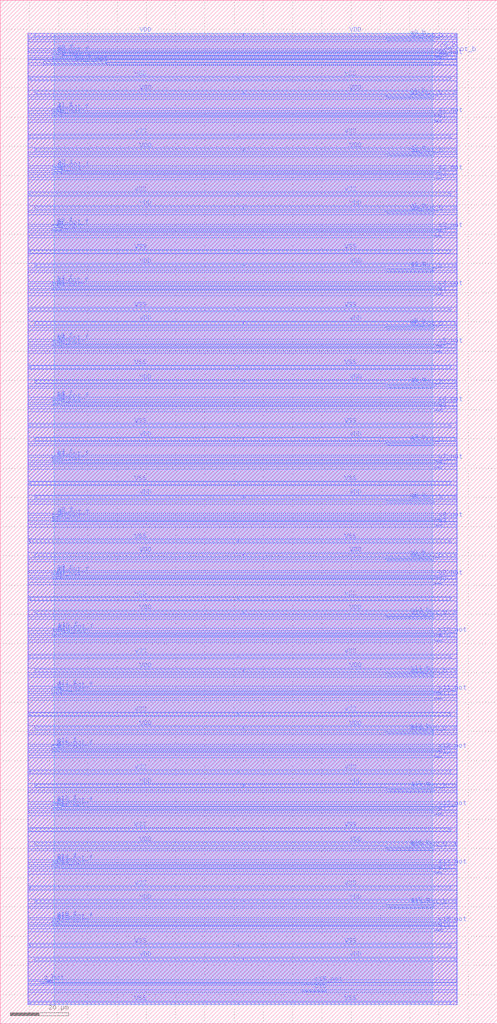
<source format=lef>
VERSION 5.7 ;
  NOWIREEXTENSIONATPIN ON ;
  DIVIDERCHAR "/" ;
  BUSBITCHARS "[]" ;
MACRO fa_16b
  CLASS BLOCK ;
  FOREIGN fa_16b ;
  ORIGIN 0.000 0.000 ;
  SIZE 169.925 BY 349.940 ;
  PIN VDD
    USE POWER ;
    PORT
      LAYER Metal3 ;
        RECT 12.095 337.670 83.050 338.570 ;
    END
    PORT
      LAYER Metal3 ;
        RECT 12.100 317.925 83.055 318.825 ;
    END
    PORT
      LAYER Metal3 ;
        RECT 12.090 298.285 83.045 299.185 ;
    END
    PORT
      LAYER Metal3 ;
        RECT 12.100 278.490 83.055 279.390 ;
    END
    PORT
      LAYER Metal3 ;
        RECT 12.110 258.740 83.065 259.640 ;
    END
    PORT
      LAYER Metal3 ;
        RECT 12.075 239.030 83.030 239.930 ;
    END
    PORT
      LAYER Metal3 ;
        RECT 12.110 219.065 83.065 219.965 ;
    END
    PORT
      LAYER Metal3 ;
        RECT 12.090 199.380 83.045 200.280 ;
    END
    PORT
      LAYER Metal3 ;
        RECT 12.100 140.180 83.055 141.080 ;
    END
    PORT
      LAYER Metal3 ;
        RECT 83.330 337.670 155.460 338.570 ;
    END
    PORT
      LAYER Metal3 ;
        RECT 83.335 317.925 155.465 318.825 ;
    END
    PORT
      LAYER Metal3 ;
        RECT 83.325 298.285 155.455 299.185 ;
    END
    PORT
      LAYER Metal3 ;
        RECT 83.335 278.490 155.465 279.390 ;
    END
    PORT
      LAYER Metal3 ;
        RECT 83.345 258.740 155.475 259.640 ;
    END
    PORT
      LAYER Metal3 ;
        RECT 83.310 239.030 155.440 239.930 ;
    END
    PORT
      LAYER Metal3 ;
        RECT 83.345 219.065 155.475 219.965 ;
    END
    PORT
      LAYER Metal3 ;
        RECT 83.325 199.380 155.455 200.280 ;
    END
    PORT
      LAYER Metal3 ;
        RECT 83.325 179.540 155.455 180.440 ;
    END
    PORT
      LAYER Metal3 ;
        RECT 83.335 159.845 155.465 160.745 ;
    END
    PORT
      LAYER Metal3 ;
        RECT 83.335 140.180 155.465 141.080 ;
    END
    PORT
      LAYER Metal3 ;
        RECT 83.325 120.340 155.455 121.240 ;
    END
    PORT
      LAYER Metal3 ;
        RECT 83.325 100.650 155.455 101.550 ;
    END
    PORT
      LAYER Metal3 ;
        RECT 83.325 80.910 155.455 81.810 ;
    END
    PORT
      LAYER Metal3 ;
        RECT 83.360 60.980 155.490 61.880 ;
    END
    PORT
      LAYER Metal3 ;
        RECT 83.340 41.340 155.470 42.240 ;
    END
    PORT
      LAYER Metal3 ;
        RECT 83.325 21.560 155.455 22.460 ;
    END
    PORT
      LAYER Metal3 ;
        RECT 12.090 179.540 83.045 180.440 ;
    END
    PORT
      LAYER Metal3 ;
        RECT 12.090 120.340 83.045 121.240 ;
    END
    PORT
      LAYER Metal3 ;
        RECT 12.090 100.650 83.045 101.550 ;
    END
    PORT
      LAYER Metal3 ;
        RECT 12.090 80.910 83.045 81.810 ;
    END
    PORT
      LAYER Metal3 ;
        RECT 12.125 60.980 83.080 61.880 ;
    END
    PORT
      LAYER Metal3 ;
        RECT 12.105 41.340 83.060 42.240 ;
    END
    PORT
      LAYER Metal3 ;
        RECT 12.090 21.560 83.045 22.460 ;
    END
    PORT
      LAYER Metal3 ;
        RECT 12.100 159.845 83.055 160.745 ;
    END
  END VDD
  PIN VSS
    USE GROUND ;
    PORT
      LAYER Metal3 ;
        RECT 81.540 6.510 153.730 7.410 ;
    END
    PORT
      LAYER Metal3 ;
        RECT 81.575 26.285 153.765 27.185 ;
    END
    PORT
      LAYER Metal3 ;
        RECT 81.560 45.910 153.750 46.810 ;
    END
    PORT
      LAYER Metal3 ;
        RECT 81.465 65.865 153.655 66.765 ;
    END
    PORT
      LAYER Metal3 ;
        RECT 81.560 85.595 153.750 86.495 ;
    END
    PORT
      LAYER Metal3 ;
        RECT 81.545 105.375 153.735 106.275 ;
    END
    PORT
      LAYER Metal3 ;
        RECT 81.525 125.165 153.715 126.065 ;
    END
    PORT
      LAYER Metal3 ;
        RECT 81.525 144.845 153.715 145.745 ;
    END
    PORT
      LAYER Metal3 ;
        RECT 81.580 164.580 153.770 165.480 ;
    END
    PORT
      LAYER Metal3 ;
        RECT 81.525 184.350 153.715 185.250 ;
    END
    PORT
      LAYER Metal3 ;
        RECT 81.545 204.045 153.735 204.945 ;
    END
    PORT
      LAYER Metal3 ;
        RECT 81.545 223.990 153.735 224.890 ;
    END
    PORT
      LAYER Metal3 ;
        RECT 81.525 243.740 153.715 244.640 ;
    END
    PORT
      LAYER Metal3 ;
        RECT 81.525 263.495 153.715 264.395 ;
    END
    PORT
      LAYER Metal3 ;
        RECT 81.525 283.230 153.715 284.130 ;
    END
    PORT
      LAYER Metal3 ;
        RECT 81.525 302.925 153.715 303.825 ;
    END
    PORT
      LAYER Metal3 ;
        RECT 81.525 322.695 153.715 323.595 ;
    END
    PORT
      LAYER Metal3 ;
        RECT 10.275 322.695 81.245 323.595 ;
    END
    PORT
      LAYER Metal3 ;
        RECT 10.275 302.925 81.245 303.825 ;
    END
    PORT
      LAYER Metal3 ;
        RECT 10.275 283.230 81.245 284.130 ;
    END
    PORT
      LAYER Metal3 ;
        RECT 10.275 263.495 81.245 264.395 ;
    END
    PORT
      LAYER Metal3 ;
        RECT 10.275 243.740 81.245 244.640 ;
    END
    PORT
      LAYER Metal3 ;
        RECT 10.295 223.990 81.265 224.890 ;
    END
    PORT
      LAYER Metal3 ;
        RECT 10.295 204.045 81.265 204.945 ;
    END
    PORT
      LAYER Metal3 ;
        RECT 10.275 184.350 81.245 185.250 ;
    END
    PORT
      LAYER Metal3 ;
        RECT 10.325 26.285 81.295 27.185 ;
    END
    PORT
      LAYER Metal3 ;
        RECT 10.290 6.510 81.260 7.410 ;
    END
    PORT
      LAYER Metal3 ;
        RECT 10.330 164.580 81.300 165.480 ;
    END
    PORT
      LAYER Metal3 ;
        RECT 10.275 144.845 81.245 145.745 ;
    END
    PORT
      LAYER Metal3 ;
        RECT 10.275 125.165 81.245 126.065 ;
    END
    PORT
      LAYER Metal3 ;
        RECT 10.295 105.375 81.265 106.275 ;
    END
    PORT
      LAYER Metal3 ;
        RECT 10.310 85.595 81.280 86.495 ;
    END
    PORT
      LAYER Metal3 ;
        RECT 10.215 65.865 81.185 66.765 ;
    END
    PORT
      LAYER Metal3 ;
        RECT 10.310 45.910 81.280 46.810 ;
    END
  END VSS
  PIN c0_b
    ANTENNAGATEAREA 2.739250 ;
    ANTENNADIFFAREA 2.734275 ;
    PORT
      LAYER Metal3 ;
        RECT 149.280 332.675 151.215 332.985 ;
    END
  END c0_b
  PIN a0_b
    ANTENNAGATEAREA 2.739250 ;
    ANTENNADIFFAREA 1.587600 ;
    PORT
      LAYER Metal3 ;
        RECT 132.195 336.890 147.930 337.300 ;
    END
  END a0_b
  PIN a0_not_b
    ANTENNAGATEAREA 2.775000 ;
    ANTENNADIFFAREA 1.587600 ;
    PORT
      LAYER Metal3 ;
        RECT 132.790 336.110 147.920 336.565 ;
    END
  END a0_not_b
  PIN a1_b
    ANTENNAGATEAREA 2.739250 ;
    ANTENNADIFFAREA 1.587600 ;
    PORT
      LAYER Metal3 ;
        RECT 131.995 317.165 147.730 317.575 ;
    END
  END a1_b
  PIN a1_not_b
    ANTENNAGATEAREA 2.775000 ;
    ANTENNADIFFAREA 1.587600 ;
    PORT
      LAYER Metal3 ;
        RECT 132.590 316.385 147.720 316.840 ;
    END
  END a1_not_b
  PIN a2_b
    ANTENNAGATEAREA 2.739250 ;
    ANTENNADIFFAREA 1.587600 ;
    PORT
      LAYER Metal3 ;
        RECT 132.150 297.520 147.885 297.930 ;
    END
  END a2_b
  PIN a2_not_b
    ANTENNAGATEAREA 2.775000 ;
    ANTENNADIFFAREA 1.587600 ;
    PORT
      LAYER Metal3 ;
        RECT 132.745 296.740 147.875 297.195 ;
    END
  END a2_not_b
  PIN a3_b
    ANTENNAGATEAREA 2.739250 ;
    ANTENNADIFFAREA 1.587600 ;
    PORT
      LAYER Metal3 ;
        RECT 132.150 277.725 147.885 278.135 ;
    END
  END a3_b
  PIN a3_not_b
    ANTENNAGATEAREA 2.775000 ;
    ANTENNADIFFAREA 1.587600 ;
    PORT
      LAYER Metal3 ;
        RECT 132.745 276.945 147.875 277.400 ;
    END
  END a3_not_b
  PIN a4_b
    ANTENNAGATEAREA 2.739250 ;
    ANTENNADIFFAREA 1.587600 ;
    PORT
      LAYER Metal3 ;
        RECT 132.070 257.970 147.805 258.380 ;
    END
  END a4_b
  PIN a4_not_b
    ANTENNAGATEAREA 2.775000 ;
    ANTENNADIFFAREA 1.587600 ;
    PORT
      LAYER Metal3 ;
        RECT 132.665 257.190 147.795 257.645 ;
    END
  END a4_not_b
  PIN a5_b
    ANTENNAGATEAREA 2.739250 ;
    ANTENNADIFFAREA 1.587600 ;
    PORT
      LAYER Metal3 ;
        RECT 132.175 238.255 147.910 238.665 ;
    END
  END a5_b
  PIN a5_not_b
    ANTENNAGATEAREA 2.775000 ;
    ANTENNADIFFAREA 1.587600 ;
    PORT
      LAYER Metal3 ;
        RECT 132.770 237.475 147.900 237.930 ;
    END
  END a5_not_b
  PIN a6_b
    ANTENNAGATEAREA 2.739250 ;
    ANTENNADIFFAREA 1.587600 ;
    PORT
      LAYER Metal3 ;
        RECT 132.175 218.285 147.910 218.695 ;
    END
  END a6_b
  PIN a6_not_b
    ANTENNAGATEAREA 2.775000 ;
    ANTENNADIFFAREA 1.587600 ;
    PORT
      LAYER Metal3 ;
        RECT 132.770 217.505 147.900 217.960 ;
    END
  END a6_not_b
  PIN a7_b
    ANTENNAGATEAREA 2.739250 ;
    ANTENNADIFFAREA 1.587600 ;
    PORT
      LAYER Metal3 ;
        RECT 132.175 198.620 147.910 199.030 ;
    END
  END a7_b
  PIN a7_not_b
    ANTENNAGATEAREA 2.775000 ;
    ANTENNADIFFAREA 1.587600 ;
    PORT
      LAYER Metal3 ;
        RECT 132.770 197.840 147.900 198.295 ;
    END
  END a7_not_b
  PIN a8_b
    ANTENNAGATEAREA 2.739250 ;
    ANTENNADIFFAREA 1.587600 ;
    PORT
      LAYER Metal3 ;
        RECT 132.215 178.780 147.950 179.190 ;
    END
  END a8_b
  PIN a8_not_b
    ANTENNAGATEAREA 2.775000 ;
    ANTENNADIFFAREA 1.587600 ;
    PORT
      LAYER Metal3 ;
        RECT 132.810 178.000 147.940 178.455 ;
    END
  END a8_not_b
  PIN c0_not_b
    ANTENNAGATEAREA 2.775000 ;
    ANTENNADIFFAREA 2.560625 ;
    PORT
      LAYER Metal3 ;
        RECT 150.720 331.265 152.465 331.575 ;
    END
  END c0_not_b
  PIN s0
    ANTENNADIFFAREA 2.734275 ;
    PORT
      LAYER Metal3 ;
        RECT 148.905 328.205 150.650 328.515 ;
    END
  END s0
  PIN s0_not
    ANTENNADIFFAREA 2.560625 ;
    PORT
      LAYER Metal3 ;
        RECT 148.935 330.250 150.680 330.560 ;
    END
  END s0_not
  PIN s1
    ANTENNADIFFAREA 2.734275 ;
    PORT
      LAYER Metal3 ;
        RECT 148.775 308.475 150.520 308.785 ;
    END
  END s1
  PIN s1_not
    ANTENNADIFFAREA 2.560625 ;
    PORT
      LAYER Metal3 ;
        RECT 148.805 310.520 150.550 310.830 ;
    END
  END s1_not
  PIN s2
    ANTENNADIFFAREA 2.734275 ;
    PORT
      LAYER Metal3 ;
        RECT 148.890 288.835 150.635 289.145 ;
    END
  END s2
  PIN s2_not
    ANTENNADIFFAREA 2.560625 ;
    PORT
      LAYER Metal3 ;
        RECT 148.920 290.880 150.665 291.190 ;
    END
  END s2_not
  PIN s3
    ANTENNADIFFAREA 2.734275 ;
    PORT
      LAYER Metal3 ;
        RECT 148.890 269.035 150.635 269.345 ;
    END
  END s3
  PIN s3_not
    ANTENNADIFFAREA 2.560625 ;
    PORT
      LAYER Metal3 ;
        RECT 148.920 271.080 150.665 271.390 ;
    END
  END s3_not
  PIN s4
    ANTENNADIFFAREA 2.734275 ;
    PORT
      LAYER Metal3 ;
        RECT 148.850 249.280 150.595 249.590 ;
    END
  END s4
  PIN s4_not
    ANTENNADIFFAREA 2.560625 ;
    PORT
      LAYER Metal3 ;
        RECT 148.880 251.325 150.625 251.635 ;
    END
  END s4_not
  PIN s5
    ANTENNADIFFAREA 2.734275 ;
    PORT
      LAYER Metal3 ;
        RECT 148.890 229.565 150.635 229.875 ;
    END
  END s5
  PIN s5_not
    ANTENNADIFFAREA 2.560625 ;
    PORT
      LAYER Metal3 ;
        RECT 148.920 231.610 150.665 231.920 ;
    END
  END s5_not
  PIN s6_not
    ANTENNADIFFAREA 2.560625 ;
    PORT
      LAYER Metal3 ;
        RECT 148.915 211.640 150.660 211.950 ;
    END
  END s6_not
  PIN s7
    ANTENNADIFFAREA 2.734275 ;
    PORT
      LAYER Metal3 ;
        RECT 148.905 189.935 150.650 190.245 ;
    END
  END s7
  PIN s7_not
    ANTENNADIFFAREA 2.560625 ;
    PORT
      LAYER Metal3 ;
        RECT 148.935 191.980 150.680 192.290 ;
    END
  END s7_not
  PIN s6
    ANTENNADIFFAREA 2.734275 ;
    PORT
      LAYER Metal3 ;
        RECT 148.885 209.595 150.630 209.905 ;
    END
  END s6
  PIN s8_not
    ANTENNADIFFAREA 2.560625 ;
    PORT
      LAYER Metal3 ;
        RECT 148.935 172.135 150.680 172.445 ;
    END
  END s8_not
  PIN a3_f
    ANTENNAGATEAREA 5.478500 ;
    ANTENNADIFFAREA 1.587600 ;
    PORT
      LAYER Metal3 ;
        RECT 18.135 272.830 20.595 273.135 ;
    END
  END a3_f
  PIN a3_not_f
    ANTENNAGATEAREA 5.550000 ;
    ANTENNADIFFAREA 1.587600 ;
    PORT
      LAYER Metal3 ;
        RECT 18.095 272.095 20.600 272.390 ;
    END
  END a3_not_f
  PIN b3
    ANTENNADIFFAREA 2.559875 ;
    PORT
      LAYER Metal3 ;
        RECT 18.100 271.380 20.615 271.675 ;
    END
  END b3
  PIN b3_not
    ANTENNADIFFAREA 2.638650 ;
    PORT
      LAYER Metal3 ;
        RECT 18.135 270.750 20.600 271.045 ;
    END
  END b3_not
  PIN a4_f
    ANTENNAGATEAREA 5.478500 ;
    ANTENNADIFFAREA 1.587600 ;
    PORT
      LAYER Metal3 ;
        RECT 18.005 253.120 20.465 253.425 ;
    END
  END a4_f
  PIN a4_not_f
    ANTENNAGATEAREA 5.550000 ;
    ANTENNADIFFAREA 1.587600 ;
    PORT
      LAYER Metal3 ;
        RECT 17.965 252.385 20.470 252.680 ;
    END
  END a4_not_f
  PIN b4
    ANTENNADIFFAREA 2.559875 ;
    PORT
      LAYER Metal3 ;
        RECT 17.970 251.670 20.485 251.965 ;
    END
  END b4
  PIN b4_not
    ANTENNADIFFAREA 2.638650 ;
    PORT
      LAYER Metal3 ;
        RECT 18.005 251.040 20.470 251.335 ;
    END
  END b4_not
  PIN a5_f
    ANTENNAGATEAREA 5.478500 ;
    ANTENNADIFFAREA 1.587600 ;
    PORT
      LAYER Metal3 ;
        RECT 18.135 233.360 20.595 233.665 ;
    END
  END a5_f
  PIN a5_not_f
    ANTENNAGATEAREA 5.550000 ;
    ANTENNADIFFAREA 1.587600 ;
    PORT
      LAYER Metal3 ;
        RECT 18.095 232.625 20.600 232.920 ;
    END
  END a5_not_f
  PIN b5
    ANTENNADIFFAREA 2.559875 ;
    PORT
      LAYER Metal3 ;
        RECT 18.100 231.910 20.615 232.205 ;
    END
  END b5
  PIN b5_not
    ANTENNADIFFAREA 2.638650 ;
    PORT
      LAYER Metal3 ;
        RECT 18.135 231.280 20.600 231.575 ;
    END
  END b5_not
  PIN a6_f
    ANTENNAGATEAREA 5.478500 ;
    ANTENNADIFFAREA 1.587600 ;
    PORT
      LAYER Metal3 ;
        RECT 18.085 213.550 20.545 213.855 ;
    END
  END a6_f
  PIN a6_not_f
    ANTENNAGATEAREA 5.550000 ;
    ANTENNADIFFAREA 1.587600 ;
    PORT
      LAYER Metal3 ;
        RECT 18.045 212.815 20.550 213.110 ;
    END
  END a6_not_f
  PIN b6
    ANTENNADIFFAREA 2.559875 ;
    PORT
      LAYER Metal3 ;
        RECT 18.050 212.100 20.565 212.395 ;
    END
  END b6
  PIN b6_not
    ANTENNADIFFAREA 2.638650 ;
    PORT
      LAYER Metal3 ;
        RECT 18.085 211.470 20.550 211.765 ;
    END
  END b6_not
  PIN a7_f
    ANTENNAGATEAREA 5.478500 ;
    ANTENNADIFFAREA 1.587600 ;
    PORT
      LAYER Metal3 ;
        RECT 18.055 193.755 20.515 194.060 ;
    END
  END a7_f
  PIN a7_not_f
    ANTENNAGATEAREA 5.550000 ;
    ANTENNADIFFAREA 1.587600 ;
    PORT
      LAYER Metal3 ;
        RECT 18.015 193.020 20.520 193.315 ;
    END
  END a7_not_f
  PIN b7
    ANTENNADIFFAREA 2.559875 ;
    PORT
      LAYER Metal3 ;
        RECT 18.020 192.305 20.535 192.600 ;
    END
  END b7
  PIN b7_not
    ANTENNADIFFAREA 2.638650 ;
    PORT
      LAYER Metal3 ;
        RECT 18.055 191.675 20.520 191.970 ;
    END
  END b7_not
  PIN a8_f
    ANTENNAGATEAREA 5.478500 ;
    ANTENNADIFFAREA 1.587600 ;
    PORT
      LAYER Metal3 ;
        RECT 18.205 173.960 20.665 174.265 ;
    END
  END a8_f
  PIN c0_f_not
    ANTENNADIFFAREA 2.638650 ;
    PORT
      LAYER Metal3 ;
        RECT 15.050 328.050 36.160 328.345 ;
    END
  END c0_f_not
  PIN c0_f
    ANTENNADIFFAREA 2.559875 ;
    PORT
      LAYER Metal3 ;
        RECT 15.230 328.915 35.575 329.210 ;
    END
  END c0_f
  PIN a0_f
    ANTENNAGATEAREA 5.478500 ;
    ANTENNADIFFAREA 1.587600 ;
    PORT
      LAYER Metal3 ;
        RECT 18.185 332.070 20.645 332.375 ;
    END
  END a0_f
  PIN a0_not_f
    ANTENNAGATEAREA 5.550000 ;
    ANTENNADIFFAREA 1.587600 ;
    PORT
      LAYER Metal3 ;
        RECT 18.145 331.335 20.650 331.630 ;
    END
  END a0_not_f
  PIN b0
    ANTENNADIFFAREA 2.559875 ;
    PORT
      LAYER Metal3 ;
        RECT 18.150 330.620 20.665 330.915 ;
    END
  END b0
  PIN b0_not
    ANTENNADIFFAREA 2.638650 ;
    PORT
      LAYER Metal3 ;
        RECT 18.185 329.990 20.650 330.285 ;
    END
  END b0_not
  PIN a1_f
    ANTENNAGATEAREA 5.478500 ;
    ANTENNADIFFAREA 1.587600 ;
    PORT
      LAYER Metal3 ;
        RECT 18.140 312.380 20.600 312.685 ;
    END
  END a1_f
  PIN a1_not_f
    ANTENNAGATEAREA 5.550000 ;
    ANTENNADIFFAREA 1.587600 ;
    PORT
      LAYER Metal3 ;
        RECT 18.100 311.645 20.605 311.940 ;
    END
  END a1_not_f
  PIN b1
    ANTENNADIFFAREA 2.559875 ;
    PORT
      LAYER Metal3 ;
        RECT 18.105 310.930 20.620 311.225 ;
    END
  END b1
  PIN b1_not
    ANTENNADIFFAREA 2.638650 ;
    PORT
      LAYER Metal3 ;
        RECT 18.140 310.300 20.605 310.595 ;
    END
  END b1_not
  PIN a2_f
    ANTENNAGATEAREA 5.478500 ;
    ANTENNADIFFAREA 1.587600 ;
    PORT
      LAYER Metal3 ;
        RECT 18.330 292.670 20.790 292.975 ;
    END
  END a2_f
  PIN a2_not_f
    ANTENNAGATEAREA 5.550000 ;
    ANTENNADIFFAREA 1.587600 ;
    PORT
      LAYER Metal3 ;
        RECT 18.290 291.935 20.795 292.230 ;
    END
  END a2_not_f
  PIN b2
    ANTENNADIFFAREA 2.559875 ;
    PORT
      LAYER Metal3 ;
        RECT 18.295 291.220 20.810 291.515 ;
    END
  END b2
  PIN b2_not
    ANTENNADIFFAREA 2.638650 ;
    PORT
      LAYER Metal3 ;
        RECT 18.330 290.590 20.795 290.885 ;
    END
  END b2_not
  PIN a8_not_f
    ANTENNAGATEAREA 5.550000 ;
    ANTENNADIFFAREA 1.587600 ;
    PORT
      LAYER Metal3 ;
        RECT 18.165 173.225 20.670 173.520 ;
    END
  END a8_not_f
  PIN b8
    ANTENNADIFFAREA 2.559875 ;
    PORT
      LAYER Metal3 ;
        RECT 18.170 172.510 20.685 172.805 ;
    END
  END b8
  PIN a13_not_f
    ANTENNAGATEAREA 5.550000 ;
    ANTENNADIFFAREA 1.587600 ;
    PORT
      LAYER Metal3 ;
        RECT 18.115 74.515 20.620 74.810 ;
    END
  END a13_not_f
  PIN b13
    ANTENNADIFFAREA 2.559875 ;
    PORT
      LAYER Metal3 ;
        RECT 18.120 73.800 20.635 74.095 ;
    END
  END b13
  PIN b13_not
    ANTENNADIFFAREA 2.638650 ;
    PORT
      LAYER Metal3 ;
        RECT 18.155 73.170 20.620 73.465 ;
    END
  END b13_not
  PIN a14_f
    ANTENNAGATEAREA 5.478500 ;
    ANTENNADIFFAREA 1.587600 ;
    PORT
      LAYER Metal3 ;
        RECT 18.105 55.440 20.565 55.745 ;
    END
  END a14_f
  PIN a14_not_f
    ANTENNAGATEAREA 5.550000 ;
    ANTENNADIFFAREA 1.587600 ;
    PORT
      LAYER Metal3 ;
        RECT 18.065 54.705 20.570 55.000 ;
    END
  END a14_not_f
  PIN b14
    ANTENNADIFFAREA 2.559875 ;
    PORT
      LAYER Metal3 ;
        RECT 18.070 53.990 20.585 54.285 ;
    END
  END b14
  PIN b14_not
    ANTENNADIFFAREA 2.638650 ;
    PORT
      LAYER Metal3 ;
        RECT 18.105 53.360 20.570 53.655 ;
    END
  END b14_not
  PIN a15_f
    ANTENNAGATEAREA 5.478500 ;
    ANTENNADIFFAREA 1.587600 ;
    PORT
      LAYER Metal3 ;
        RECT 18.075 35.645 20.535 35.950 ;
    END
  END a15_f
  PIN a15_not_f
    ANTENNAGATEAREA 5.550000 ;
    ANTENNADIFFAREA 1.587600 ;
    PORT
      LAYER Metal3 ;
        RECT 18.035 34.910 20.540 35.205 ;
    END
  END a15_not_f
  PIN b15
    ANTENNADIFFAREA 2.559875 ;
    PORT
      LAYER Metal3 ;
        RECT 18.040 34.195 20.555 34.490 ;
    END
  END b15
  PIN b15_not
    ANTENNADIFFAREA 2.638650 ;
    PORT
      LAYER Metal3 ;
        RECT 18.075 33.565 20.540 33.860 ;
    END
  END b15_not
  PIN b8_not
    ANTENNADIFFAREA 2.638650 ;
    PORT
      LAYER Metal3 ;
        RECT 18.205 171.880 20.670 172.175 ;
    END
  END b8_not
  PIN z
    ANTENNADIFFAREA 2.559875 ;
    PORT
      LAYER Metal3 ;
        RECT 16.315 14.445 17.565 14.745 ;
    END
  END z
  PIN z_not
    ANTENNADIFFAREA 2.638650 ;
    PORT
      LAYER Metal3 ;
        RECT 14.215 13.895 15.465 14.195 ;
    END
  END z_not
  PIN a9_f
    ANTENNAGATEAREA 5.478500 ;
    ANTENNADIFFAREA 1.587600 ;
    PORT
      LAYER Metal3 ;
        RECT 18.160 154.270 20.620 154.575 ;
    END
  END a9_f
  PIN a9_not_f
    ANTENNAGATEAREA 5.550000 ;
    ANTENNADIFFAREA 1.587600 ;
    PORT
      LAYER Metal3 ;
        RECT 18.120 153.535 20.625 153.830 ;
    END
  END a9_not_f
  PIN b9
    ANTENNADIFFAREA 2.559875 ;
    PORT
      LAYER Metal3 ;
        RECT 18.125 152.820 20.640 153.115 ;
    END
  END b9
  PIN b9_not
    ANTENNADIFFAREA 2.638650 ;
    PORT
      LAYER Metal3 ;
        RECT 18.160 152.190 20.625 152.485 ;
    END
  END b9_not
  PIN a10_f
    ANTENNAGATEAREA 5.478500 ;
    ANTENNADIFFAREA 1.587600 ;
    PORT
      LAYER Metal3 ;
        RECT 18.350 134.560 20.810 134.865 ;
    END
  END a10_f
  PIN a10_not_f
    ANTENNAGATEAREA 5.550000 ;
    ANTENNADIFFAREA 1.587600 ;
    PORT
      LAYER Metal3 ;
        RECT 18.310 133.825 20.815 134.120 ;
    END
  END a10_not_f
  PIN b10
    ANTENNADIFFAREA 2.559875 ;
    PORT
      LAYER Metal3 ;
        RECT 18.315 133.110 20.830 133.405 ;
    END
  END b10
  PIN b10_not
    ANTENNADIFFAREA 2.638650 ;
    PORT
      LAYER Metal3 ;
        RECT 18.350 132.480 20.815 132.775 ;
    END
  END b10_not
  PIN a11_f
    ANTENNAGATEAREA 5.478500 ;
    ANTENNADIFFAREA 1.587600 ;
    PORT
      LAYER Metal3 ;
        RECT 18.155 114.720 20.615 115.025 ;
    END
  END a11_f
  PIN a11_not_f
    ANTENNAGATEAREA 5.550000 ;
    ANTENNADIFFAREA 1.587600 ;
    PORT
      LAYER Metal3 ;
        RECT 18.115 113.985 20.620 114.280 ;
    END
  END a11_not_f
  PIN b11
    ANTENNADIFFAREA 2.559875 ;
    PORT
      LAYER Metal3 ;
        RECT 18.120 113.270 20.635 113.565 ;
    END
  END b11
  PIN b11_not
    ANTENNADIFFAREA 2.638650 ;
    PORT
      LAYER Metal3 ;
        RECT 18.155 112.640 20.620 112.935 ;
    END
  END b11_not
  PIN a12_f
    ANTENNAGATEAREA 5.478500 ;
    ANTENNADIFFAREA 1.587600 ;
    PORT
      LAYER Metal3 ;
        RECT 18.025 95.010 20.485 95.315 ;
    END
  END a12_f
  PIN a12_not_f
    ANTENNAGATEAREA 5.550000 ;
    ANTENNADIFFAREA 1.587600 ;
    PORT
      LAYER Metal3 ;
        RECT 17.985 94.275 20.490 94.570 ;
    END
  END a12_not_f
  PIN b12
    ANTENNADIFFAREA 2.559875 ;
    PORT
      LAYER Metal3 ;
        RECT 17.990 93.560 20.505 93.855 ;
    END
  END b12
  PIN b12_not
    ANTENNADIFFAREA 2.638650 ;
    PORT
      LAYER Metal3 ;
        RECT 18.025 92.930 20.490 93.225 ;
    END
  END b12_not
  PIN a13_f
    ANTENNAGATEAREA 5.478500 ;
    ANTENNADIFFAREA 1.587600 ;
    PORT
      LAYER Metal3 ;
        RECT 18.155 75.250 20.615 75.555 ;
    END
  END a13_f
  PIN a10_not_b
    ANTENNAGATEAREA 2.775000 ;
    ANTENNADIFFAREA 1.587600 ;
    PORT
      LAYER Metal3 ;
        RECT 132.765 138.630 147.895 139.085 ;
    END
  END a10_not_b
  PIN a11_b
    ANTENNAGATEAREA 2.739250 ;
    ANTENNADIFFAREA 1.587600 ;
    PORT
      LAYER Metal3 ;
        RECT 132.170 119.615 147.905 120.025 ;
    END
  END a11_b
  PIN a11_not_b
    ANTENNAGATEAREA 2.775000 ;
    ANTENNADIFFAREA 1.587600 ;
    PORT
      LAYER Metal3 ;
        RECT 132.765 118.835 147.895 119.290 ;
    END
  END a11_not_b
  PIN a12_b
    ANTENNAGATEAREA 2.739250 ;
    ANTENNADIFFAREA 1.587600 ;
    PORT
      LAYER Metal3 ;
        RECT 132.090 99.860 147.825 100.270 ;
    END
  END a12_b
  PIN a12_not_b
    ANTENNAGATEAREA 2.775000 ;
    ANTENNADIFFAREA 1.587600 ;
    PORT
      LAYER Metal3 ;
        RECT 132.685 99.080 147.815 99.535 ;
    END
  END a12_not_b
  PIN a13_b
    ANTENNAGATEAREA 2.739250 ;
    ANTENNADIFFAREA 1.587600 ;
    PORT
      LAYER Metal3 ;
        RECT 132.195 80.145 147.930 80.555 ;
    END
  END a13_b
  PIN a13_not_b
    ANTENNAGATEAREA 2.775000 ;
    ANTENNADIFFAREA 1.587600 ;
    PORT
      LAYER Metal3 ;
        RECT 132.790 79.365 147.920 79.820 ;
    END
  END a13_not_b
  PIN a14_b
    ANTENNAGATEAREA 2.739250 ;
    ANTENNADIFFAREA 1.587600 ;
    PORT
      LAYER Metal3 ;
        RECT 132.195 60.175 147.930 60.585 ;
    END
  END a14_b
  PIN a14_not_b
    ANTENNAGATEAREA 2.775000 ;
    ANTENNADIFFAREA 1.587600 ;
    PORT
      LAYER Metal3 ;
        RECT 132.790 59.395 147.920 59.850 ;
    END
  END a14_not_b
  PIN a15_b
    ANTENNAGATEAREA 2.739250 ;
    ANTENNADIFFAREA 1.587600 ;
    PORT
      LAYER Metal3 ;
        RECT 132.195 40.510 147.930 40.920 ;
    END
  END a15_b
  PIN a15_not_b
    ANTENNAGATEAREA 2.775000 ;
    ANTENNADIFFAREA 1.587600 ;
    PORT
      LAYER Metal3 ;
        RECT 132.790 39.730 147.920 40.185 ;
    END
  END a15_not_b
  PIN c15
    ANTENNADIFFAREA 2.734275 ;
    PORT
      LAYER Metal3 ;
        RECT 103.605 11.000 111.150 11.320 ;
    END
  END c15
  PIN c15_not
    ANTENNADIFFAREA 2.560625 ;
    PORT
      LAYER Metal3 ;
        RECT 103.620 13.430 111.140 13.750 ;
    END
  END c15_not
  PIN a9_b
    ANTENNAGATEAREA 2.739250 ;
    ANTENNADIFFAREA 1.587600 ;
    PORT
      LAYER Metal3 ;
        RECT 132.015 159.055 147.750 159.465 ;
    END
  END a9_b
  PIN s8
    ANTENNADIFFAREA 2.734275 ;
    PORT
      LAYER Metal3 ;
        RECT 148.905 170.090 150.650 170.400 ;
    END
  END s8
  PIN a10_b
    ANTENNAGATEAREA 2.739250 ;
    ANTENNADIFFAREA 1.587600 ;
    PORT
      LAYER Metal3 ;
        RECT 132.170 139.410 147.905 139.820 ;
    END
  END a10_b
  PIN s9
    ANTENNADIFFAREA 2.734275 ;
    PORT
      LAYER Metal3 ;
        RECT 148.805 150.365 150.550 150.675 ;
    END
  END s9
  PIN s9_not
    ANTENNADIFFAREA 2.560625 ;
    PORT
      LAYER Metal3 ;
        RECT 148.835 152.410 150.580 152.720 ;
    END
  END s9_not
  PIN s10
    ANTENNADIFFAREA 2.734275 ;
    PORT
      LAYER Metal3 ;
        RECT 148.865 130.720 150.610 131.030 ;
    END
  END s10
  PIN s10_not
    ANTENNADIFFAREA 2.560625 ;
    PORT
      LAYER Metal3 ;
        RECT 148.895 132.765 150.640 133.075 ;
    END
  END s10_not
  PIN s11
    ANTENNADIFFAREA 2.734275 ;
    PORT
      LAYER Metal3 ;
        RECT 148.865 110.930 150.610 111.240 ;
    END
  END s11
  PIN s11_not
    ANTENNADIFFAREA 2.560625 ;
    PORT
      LAYER Metal3 ;
        RECT 148.895 112.975 150.640 113.285 ;
    END
  END s11_not
  PIN s12
    ANTENNADIFFAREA 2.734275 ;
    PORT
      LAYER Metal3 ;
        RECT 148.865 91.170 150.610 91.480 ;
    END
  END s12
  PIN s12_not
    ANTENNADIFFAREA 2.560625 ;
    PORT
      LAYER Metal3 ;
        RECT 148.895 93.215 150.640 93.525 ;
    END
  END s12_not
  PIN s13
    ANTENNADIFFAREA 2.734275 ;
    PORT
      LAYER Metal3 ;
        RECT 148.890 71.460 150.635 71.770 ;
    END
  END s13
  PIN s13_not
    ANTENNADIFFAREA 2.560625 ;
    PORT
      LAYER Metal3 ;
        RECT 148.920 73.505 150.665 73.815 ;
    END
  END s13_not
  PIN s14
    ANTENNADIFFAREA 2.734275 ;
    PORT
      LAYER Metal3 ;
        RECT 148.875 51.490 150.620 51.800 ;
    END
  END s14
  PIN s14_not
    ANTENNADIFFAREA 2.560625 ;
    PORT
      LAYER Metal3 ;
        RECT 148.905 53.535 150.650 53.845 ;
    END
  END s14_not
  PIN s15
    ANTENNADIFFAREA 2.734275 ;
    PORT
      LAYER Metal3 ;
        RECT 148.900 31.825 150.645 32.135 ;
    END
  END s15
  PIN s15_not
    ANTENNADIFFAREA 2.560625 ;
    PORT
      LAYER Metal3 ;
        RECT 148.930 33.870 150.675 34.180 ;
    END
  END s15_not
  PIN a9_not_b
    ANTENNAGATEAREA 2.775000 ;
    ANTENNADIFFAREA 1.587600 ;
    PORT
      LAYER Metal3 ;
        RECT 132.610 158.275 147.740 158.730 ;
    END
  END a9_not_b
  OBS
      LAYER Nwell ;
        RECT 18.465 6.520 147.730 338.615 ;
      LAYER Metal1 ;
        RECT 9.415 6.520 156.165 338.615 ;
      LAYER Metal2 ;
        RECT 9.635 6.520 156.145 338.620 ;
      LAYER Metal3 ;
        RECT 9.560 337.370 11.795 338.570 ;
        RECT 155.760 337.370 156.185 338.570 ;
        RECT 9.560 336.590 131.895 337.370 ;
        RECT 148.230 336.590 156.185 337.370 ;
        RECT 9.560 335.810 132.490 336.590 ;
        RECT 148.220 335.810 156.185 336.590 ;
        RECT 9.560 333.285 156.185 335.810 ;
        RECT 9.560 332.675 148.980 333.285 ;
        RECT 9.560 331.930 17.885 332.675 ;
        RECT 20.945 332.375 148.980 332.675 ;
        RECT 151.515 332.375 156.185 333.285 ;
        RECT 20.945 331.930 156.185 332.375 ;
        RECT 9.560 331.035 17.845 331.930 ;
        RECT 20.950 331.875 156.185 331.930 ;
        RECT 20.950 331.215 150.420 331.875 ;
        RECT 9.560 330.320 17.850 331.035 ;
        RECT 20.965 330.965 150.420 331.215 ;
        RECT 152.765 330.965 156.185 331.875 ;
        RECT 20.965 330.860 156.185 330.965 ;
        RECT 20.965 330.320 148.635 330.860 ;
        RECT 9.560 329.690 17.885 330.320 ;
        RECT 20.950 329.950 148.635 330.320 ;
        RECT 150.980 329.950 156.185 330.860 ;
        RECT 20.950 329.690 156.185 329.950 ;
        RECT 9.560 329.510 156.185 329.690 ;
        RECT 9.560 328.645 14.930 329.510 ;
        RECT 35.875 328.815 156.185 329.510 ;
        RECT 35.875 328.645 148.605 328.815 ;
        RECT 9.560 327.750 14.750 328.645 ;
        RECT 36.460 327.905 148.605 328.645 ;
        RECT 150.950 327.905 156.185 328.815 ;
        RECT 36.460 327.750 156.185 327.905 ;
        RECT 9.560 323.895 156.185 327.750 ;
        RECT 9.560 322.395 9.975 323.895 ;
        RECT 154.015 322.395 156.185 323.895 ;
        RECT 9.560 319.125 156.185 322.395 ;
        RECT 9.560 317.625 11.800 319.125 ;
        RECT 155.765 317.625 156.185 319.125 ;
        RECT 9.560 316.865 131.695 317.625 ;
        RECT 148.030 316.865 156.185 317.625 ;
        RECT 9.560 316.085 132.290 316.865 ;
        RECT 148.020 316.085 156.185 316.865 ;
        RECT 9.560 312.985 156.185 316.085 ;
        RECT 9.560 312.240 17.840 312.985 ;
        RECT 20.900 312.240 156.185 312.985 ;
        RECT 9.560 311.345 17.800 312.240 ;
        RECT 20.905 311.525 156.185 312.240 ;
        RECT 9.560 310.630 17.805 311.345 ;
        RECT 20.920 311.130 156.185 311.525 ;
        RECT 20.920 310.630 148.505 311.130 ;
        RECT 9.560 310.000 17.840 310.630 ;
        RECT 20.905 310.220 148.505 310.630 ;
        RECT 150.850 310.220 156.185 311.130 ;
        RECT 20.905 310.000 156.185 310.220 ;
        RECT 9.560 309.085 156.185 310.000 ;
        RECT 9.560 308.175 148.475 309.085 ;
        RECT 150.820 308.175 156.185 309.085 ;
        RECT 9.560 304.125 156.185 308.175 ;
        RECT 9.560 302.625 9.975 304.125 ;
        RECT 154.015 302.625 156.185 304.125 ;
        RECT 9.560 299.485 156.185 302.625 ;
        RECT 9.560 297.985 11.790 299.485 ;
        RECT 155.755 297.985 156.185 299.485 ;
        RECT 9.560 297.220 131.850 297.985 ;
        RECT 148.185 297.220 156.185 297.985 ;
        RECT 9.560 296.440 132.445 297.220 ;
        RECT 148.175 296.440 156.185 297.220 ;
        RECT 9.560 293.275 156.185 296.440 ;
        RECT 9.560 292.530 18.030 293.275 ;
        RECT 21.090 292.530 156.185 293.275 ;
        RECT 9.560 291.635 17.990 292.530 ;
        RECT 21.095 291.815 156.185 292.530 ;
        RECT 9.560 290.920 17.995 291.635 ;
        RECT 21.110 291.490 156.185 291.815 ;
        RECT 21.110 290.920 148.620 291.490 ;
        RECT 9.560 290.290 18.030 290.920 ;
        RECT 21.095 290.580 148.620 290.920 ;
        RECT 150.965 290.580 156.185 291.490 ;
        RECT 21.095 290.290 156.185 290.580 ;
        RECT 9.560 289.445 156.185 290.290 ;
        RECT 9.560 288.535 148.590 289.445 ;
        RECT 150.935 288.535 156.185 289.445 ;
        RECT 9.560 284.430 156.185 288.535 ;
        RECT 9.560 282.930 9.975 284.430 ;
        RECT 154.015 282.930 156.185 284.430 ;
        RECT 9.560 279.690 156.185 282.930 ;
        RECT 9.560 278.190 11.800 279.690 ;
        RECT 155.765 278.190 156.185 279.690 ;
        RECT 9.560 277.425 131.850 278.190 ;
        RECT 148.185 277.425 156.185 278.190 ;
        RECT 9.560 276.645 132.445 277.425 ;
        RECT 148.175 276.645 156.185 277.425 ;
        RECT 9.560 273.435 156.185 276.645 ;
        RECT 9.560 272.690 17.835 273.435 ;
        RECT 20.895 272.690 156.185 273.435 ;
        RECT 9.560 271.795 17.795 272.690 ;
        RECT 20.900 271.975 156.185 272.690 ;
        RECT 9.560 271.080 17.800 271.795 ;
        RECT 20.915 271.690 156.185 271.975 ;
        RECT 20.915 271.080 148.620 271.690 ;
        RECT 9.560 270.450 17.835 271.080 ;
        RECT 20.900 270.780 148.620 271.080 ;
        RECT 150.965 270.780 156.185 271.690 ;
        RECT 20.900 270.450 156.185 270.780 ;
        RECT 9.560 269.645 156.185 270.450 ;
        RECT 9.560 268.735 148.590 269.645 ;
        RECT 150.935 268.735 156.185 269.645 ;
        RECT 9.560 264.695 156.185 268.735 ;
        RECT 9.560 263.195 9.975 264.695 ;
        RECT 154.015 263.195 156.185 264.695 ;
        RECT 9.560 259.940 156.185 263.195 ;
        RECT 9.560 258.440 11.810 259.940 ;
        RECT 155.775 258.440 156.185 259.940 ;
        RECT 9.560 257.670 131.770 258.440 ;
        RECT 148.105 257.670 156.185 258.440 ;
        RECT 9.560 256.890 132.365 257.670 ;
        RECT 148.095 256.890 156.185 257.670 ;
        RECT 9.560 253.725 156.185 256.890 ;
        RECT 9.560 252.980 17.705 253.725 ;
        RECT 20.765 252.980 156.185 253.725 ;
        RECT 9.560 252.085 17.665 252.980 ;
        RECT 20.770 252.265 156.185 252.980 ;
        RECT 9.560 251.370 17.670 252.085 ;
        RECT 20.785 251.935 156.185 252.265 ;
        RECT 20.785 251.370 148.580 251.935 ;
        RECT 9.560 250.740 17.705 251.370 ;
        RECT 20.770 251.025 148.580 251.370 ;
        RECT 150.925 251.025 156.185 251.935 ;
        RECT 20.770 250.740 156.185 251.025 ;
        RECT 9.560 249.890 156.185 250.740 ;
        RECT 9.560 248.980 148.550 249.890 ;
        RECT 150.895 248.980 156.185 249.890 ;
        RECT 9.560 244.940 156.185 248.980 ;
        RECT 9.560 243.440 9.975 244.940 ;
        RECT 154.015 243.440 156.185 244.940 ;
        RECT 9.560 240.230 156.185 243.440 ;
        RECT 9.560 238.730 11.775 240.230 ;
        RECT 155.740 238.730 156.185 240.230 ;
        RECT 9.560 237.955 131.875 238.730 ;
        RECT 148.210 237.955 156.185 238.730 ;
        RECT 9.560 237.175 132.470 237.955 ;
        RECT 148.200 237.175 156.185 237.955 ;
        RECT 9.560 233.965 156.185 237.175 ;
        RECT 9.560 233.220 17.835 233.965 ;
        RECT 20.895 233.220 156.185 233.965 ;
        RECT 9.560 232.325 17.795 233.220 ;
        RECT 20.900 232.505 156.185 233.220 ;
        RECT 9.560 231.610 17.800 232.325 ;
        RECT 20.915 232.220 156.185 232.505 ;
        RECT 20.915 231.610 148.620 232.220 ;
        RECT 9.560 230.980 17.835 231.610 ;
        RECT 20.900 231.310 148.620 231.610 ;
        RECT 150.965 231.310 156.185 232.220 ;
        RECT 20.900 230.980 156.185 231.310 ;
        RECT 9.560 230.175 156.185 230.980 ;
        RECT 9.560 229.265 148.590 230.175 ;
        RECT 150.935 229.265 156.185 230.175 ;
        RECT 9.560 225.190 156.185 229.265 ;
        RECT 9.560 223.690 9.995 225.190 ;
        RECT 154.035 223.690 156.185 225.190 ;
        RECT 9.560 220.265 156.185 223.690 ;
        RECT 9.560 218.765 11.810 220.265 ;
        RECT 155.775 218.765 156.185 220.265 ;
        RECT 9.560 217.985 131.875 218.765 ;
        RECT 148.210 217.985 156.185 218.765 ;
        RECT 9.560 217.205 132.470 217.985 ;
        RECT 148.200 217.205 156.185 217.985 ;
        RECT 9.560 214.155 156.185 217.205 ;
        RECT 9.560 213.410 17.785 214.155 ;
        RECT 20.845 213.410 156.185 214.155 ;
        RECT 9.560 212.515 17.745 213.410 ;
        RECT 20.850 212.695 156.185 213.410 ;
        RECT 9.560 211.800 17.750 212.515 ;
        RECT 20.865 212.250 156.185 212.695 ;
        RECT 20.865 211.800 148.615 212.250 ;
        RECT 9.560 211.170 17.785 211.800 ;
        RECT 20.850 211.340 148.615 211.800 ;
        RECT 150.960 211.340 156.185 212.250 ;
        RECT 20.850 211.170 156.185 211.340 ;
        RECT 9.560 210.205 156.185 211.170 ;
        RECT 9.560 209.295 148.585 210.205 ;
        RECT 150.930 209.295 156.185 210.205 ;
        RECT 9.560 205.245 156.185 209.295 ;
        RECT 9.560 203.745 9.995 205.245 ;
        RECT 154.035 203.745 156.185 205.245 ;
        RECT 9.560 200.580 156.185 203.745 ;
        RECT 9.560 199.080 11.790 200.580 ;
        RECT 155.755 199.080 156.185 200.580 ;
        RECT 9.560 198.320 131.875 199.080 ;
        RECT 148.210 198.320 156.185 199.080 ;
        RECT 9.560 197.540 132.470 198.320 ;
        RECT 148.200 197.540 156.185 198.320 ;
        RECT 9.560 194.360 156.185 197.540 ;
        RECT 9.560 193.615 17.755 194.360 ;
        RECT 20.815 193.615 156.185 194.360 ;
        RECT 9.560 192.720 17.715 193.615 ;
        RECT 20.820 192.900 156.185 193.615 ;
        RECT 9.560 192.005 17.720 192.720 ;
        RECT 20.835 192.590 156.185 192.900 ;
        RECT 20.835 192.005 148.635 192.590 ;
        RECT 9.560 191.375 17.755 192.005 ;
        RECT 20.820 191.680 148.635 192.005 ;
        RECT 150.980 191.680 156.185 192.590 ;
        RECT 20.820 191.375 156.185 191.680 ;
        RECT 9.560 190.545 156.185 191.375 ;
        RECT 9.560 189.635 148.605 190.545 ;
        RECT 150.950 189.635 156.185 190.545 ;
        RECT 9.560 185.550 156.185 189.635 ;
        RECT 9.560 184.050 9.975 185.550 ;
        RECT 154.015 184.050 156.185 185.550 ;
        RECT 9.560 180.740 156.185 184.050 ;
        RECT 9.560 179.240 11.790 180.740 ;
        RECT 155.755 179.240 156.185 180.740 ;
        RECT 9.560 178.480 131.915 179.240 ;
        RECT 148.250 178.480 156.185 179.240 ;
        RECT 9.560 177.700 132.510 178.480 ;
        RECT 148.240 177.700 156.185 178.480 ;
        RECT 9.560 174.565 156.185 177.700 ;
        RECT 9.560 173.820 17.905 174.565 ;
        RECT 20.965 173.820 156.185 174.565 ;
        RECT 9.560 172.925 17.865 173.820 ;
        RECT 20.970 173.105 156.185 173.820 ;
        RECT 9.560 172.210 17.870 172.925 ;
        RECT 20.985 172.745 156.185 173.105 ;
        RECT 20.985 172.210 148.635 172.745 ;
        RECT 9.560 171.580 17.905 172.210 ;
        RECT 20.970 171.835 148.635 172.210 ;
        RECT 150.980 171.835 156.185 172.745 ;
        RECT 20.970 171.580 156.185 171.835 ;
        RECT 9.560 170.700 156.185 171.580 ;
        RECT 9.560 169.790 148.605 170.700 ;
        RECT 150.950 169.790 156.185 170.700 ;
        RECT 9.560 165.780 156.185 169.790 ;
        RECT 9.560 164.280 10.030 165.780 ;
        RECT 154.070 164.280 156.185 165.780 ;
        RECT 9.560 161.045 156.185 164.280 ;
        RECT 9.560 159.545 11.800 161.045 ;
        RECT 155.765 159.545 156.185 161.045 ;
        RECT 9.560 158.755 131.715 159.545 ;
        RECT 148.050 158.755 156.185 159.545 ;
        RECT 9.560 157.975 132.310 158.755 ;
        RECT 148.040 157.975 156.185 158.755 ;
        RECT 9.560 154.875 156.185 157.975 ;
        RECT 9.560 154.130 17.860 154.875 ;
        RECT 20.920 154.130 156.185 154.875 ;
        RECT 9.560 153.235 17.820 154.130 ;
        RECT 20.925 153.415 156.185 154.130 ;
        RECT 9.560 152.520 17.825 153.235 ;
        RECT 20.940 153.020 156.185 153.415 ;
        RECT 20.940 152.520 148.535 153.020 ;
        RECT 9.560 151.890 17.860 152.520 ;
        RECT 20.925 152.110 148.535 152.520 ;
        RECT 150.880 152.110 156.185 153.020 ;
        RECT 20.925 151.890 156.185 152.110 ;
        RECT 9.560 150.975 156.185 151.890 ;
        RECT 9.560 150.065 148.505 150.975 ;
        RECT 150.850 150.065 156.185 150.975 ;
        RECT 9.560 146.045 156.185 150.065 ;
        RECT 9.560 144.545 9.975 146.045 ;
        RECT 154.015 144.545 156.185 146.045 ;
        RECT 9.560 141.380 156.185 144.545 ;
        RECT 9.560 139.880 11.800 141.380 ;
        RECT 155.765 139.880 156.185 141.380 ;
        RECT 9.560 139.110 131.870 139.880 ;
        RECT 148.205 139.110 156.185 139.880 ;
        RECT 9.560 138.330 132.465 139.110 ;
        RECT 148.195 138.330 156.185 139.110 ;
        RECT 9.560 135.165 156.185 138.330 ;
        RECT 9.560 134.420 18.050 135.165 ;
        RECT 21.110 134.420 156.185 135.165 ;
        RECT 9.560 133.525 18.010 134.420 ;
        RECT 21.115 133.705 156.185 134.420 ;
        RECT 9.560 132.810 18.015 133.525 ;
        RECT 21.130 133.375 156.185 133.705 ;
        RECT 21.130 132.810 148.595 133.375 ;
        RECT 9.560 132.180 18.050 132.810 ;
        RECT 21.115 132.465 148.595 132.810 ;
        RECT 150.940 132.465 156.185 133.375 ;
        RECT 21.115 132.180 156.185 132.465 ;
        RECT 9.560 131.330 156.185 132.180 ;
        RECT 9.560 130.420 148.565 131.330 ;
        RECT 150.910 130.420 156.185 131.330 ;
        RECT 9.560 126.365 156.185 130.420 ;
        RECT 9.560 124.865 9.975 126.365 ;
        RECT 154.015 124.865 156.185 126.365 ;
        RECT 9.560 121.540 156.185 124.865 ;
        RECT 9.560 120.040 11.790 121.540 ;
        RECT 155.755 120.040 156.185 121.540 ;
        RECT 9.560 119.315 131.870 120.040 ;
        RECT 148.205 119.315 156.185 120.040 ;
        RECT 9.560 118.535 132.465 119.315 ;
        RECT 148.195 118.535 156.185 119.315 ;
        RECT 9.560 115.325 156.185 118.535 ;
        RECT 9.560 114.580 17.855 115.325 ;
        RECT 20.915 114.580 156.185 115.325 ;
        RECT 9.560 113.685 17.815 114.580 ;
        RECT 20.920 113.865 156.185 114.580 ;
        RECT 9.560 112.970 17.820 113.685 ;
        RECT 20.935 113.585 156.185 113.865 ;
        RECT 20.935 112.970 148.595 113.585 ;
        RECT 9.560 112.340 17.855 112.970 ;
        RECT 20.920 112.675 148.595 112.970 ;
        RECT 150.940 112.675 156.185 113.585 ;
        RECT 20.920 112.340 156.185 112.675 ;
        RECT 9.560 111.540 156.185 112.340 ;
        RECT 9.560 110.630 148.565 111.540 ;
        RECT 150.910 110.630 156.185 111.540 ;
        RECT 9.560 106.575 156.185 110.630 ;
        RECT 9.560 105.075 9.995 106.575 ;
        RECT 154.035 105.075 156.185 106.575 ;
        RECT 9.560 101.850 156.185 105.075 ;
        RECT 9.560 100.350 11.790 101.850 ;
        RECT 155.755 100.350 156.185 101.850 ;
        RECT 9.560 99.560 131.790 100.350 ;
        RECT 148.125 99.560 156.185 100.350 ;
        RECT 9.560 98.780 132.385 99.560 ;
        RECT 148.115 98.780 156.185 99.560 ;
        RECT 9.560 95.615 156.185 98.780 ;
        RECT 9.560 94.870 17.725 95.615 ;
        RECT 20.785 94.870 156.185 95.615 ;
        RECT 9.560 93.975 17.685 94.870 ;
        RECT 20.790 94.155 156.185 94.870 ;
        RECT 9.560 93.260 17.690 93.975 ;
        RECT 20.805 93.825 156.185 94.155 ;
        RECT 20.805 93.260 148.595 93.825 ;
        RECT 9.560 92.630 17.725 93.260 ;
        RECT 20.790 92.915 148.595 93.260 ;
        RECT 150.940 92.915 156.185 93.825 ;
        RECT 20.790 92.630 156.185 92.915 ;
        RECT 9.560 91.780 156.185 92.630 ;
        RECT 9.560 90.870 148.565 91.780 ;
        RECT 150.910 90.870 156.185 91.780 ;
        RECT 9.560 86.795 156.185 90.870 ;
        RECT 9.560 85.295 10.010 86.795 ;
        RECT 154.050 85.295 156.185 86.795 ;
        RECT 9.560 82.110 156.185 85.295 ;
        RECT 9.560 80.610 11.790 82.110 ;
        RECT 155.755 80.610 156.185 82.110 ;
        RECT 9.560 79.845 131.895 80.610 ;
        RECT 148.230 79.845 156.185 80.610 ;
        RECT 9.560 79.065 132.490 79.845 ;
        RECT 148.220 79.065 156.185 79.845 ;
        RECT 9.560 75.855 156.185 79.065 ;
        RECT 9.560 75.110 17.855 75.855 ;
        RECT 20.915 75.110 156.185 75.855 ;
        RECT 9.560 74.215 17.815 75.110 ;
        RECT 20.920 74.395 156.185 75.110 ;
        RECT 9.560 73.500 17.820 74.215 ;
        RECT 20.935 74.115 156.185 74.395 ;
        RECT 20.935 73.500 148.620 74.115 ;
        RECT 9.560 72.870 17.855 73.500 ;
        RECT 20.920 73.205 148.620 73.500 ;
        RECT 150.965 73.205 156.185 74.115 ;
        RECT 20.920 72.870 156.185 73.205 ;
        RECT 9.560 72.070 156.185 72.870 ;
        RECT 9.560 71.160 148.590 72.070 ;
        RECT 150.935 71.160 156.185 72.070 ;
        RECT 9.560 67.065 156.185 71.160 ;
        RECT 9.560 65.565 9.915 67.065 ;
        RECT 153.955 65.565 156.185 67.065 ;
        RECT 9.560 62.180 156.185 65.565 ;
        RECT 9.560 60.680 11.825 62.180 ;
        RECT 155.790 60.680 156.185 62.180 ;
        RECT 9.560 59.875 131.895 60.680 ;
        RECT 148.230 59.875 156.185 60.680 ;
        RECT 9.560 59.095 132.490 59.875 ;
        RECT 148.220 59.095 156.185 59.875 ;
        RECT 9.560 56.045 156.185 59.095 ;
        RECT 9.560 55.300 17.805 56.045 ;
        RECT 20.865 55.300 156.185 56.045 ;
        RECT 9.560 54.405 17.765 55.300 ;
        RECT 20.870 54.585 156.185 55.300 ;
        RECT 9.560 53.690 17.770 54.405 ;
        RECT 20.885 54.145 156.185 54.585 ;
        RECT 20.885 53.690 148.605 54.145 ;
        RECT 9.560 53.060 17.805 53.690 ;
        RECT 20.870 53.235 148.605 53.690 ;
        RECT 150.950 53.235 156.185 54.145 ;
        RECT 20.870 53.060 156.185 53.235 ;
        RECT 9.560 52.100 156.185 53.060 ;
        RECT 9.560 51.190 148.575 52.100 ;
        RECT 150.920 51.190 156.185 52.100 ;
        RECT 9.560 47.110 156.185 51.190 ;
        RECT 9.560 45.610 10.010 47.110 ;
        RECT 154.050 45.610 156.185 47.110 ;
        RECT 9.560 42.540 156.185 45.610 ;
        RECT 9.560 41.040 11.805 42.540 ;
        RECT 155.770 41.040 156.185 42.540 ;
        RECT 9.560 40.210 131.895 41.040 ;
        RECT 148.230 40.210 156.185 41.040 ;
        RECT 9.560 39.430 132.490 40.210 ;
        RECT 148.220 39.430 156.185 40.210 ;
        RECT 9.560 36.250 156.185 39.430 ;
        RECT 9.560 35.505 17.775 36.250 ;
        RECT 20.835 35.505 156.185 36.250 ;
        RECT 9.560 34.610 17.735 35.505 ;
        RECT 20.840 34.790 156.185 35.505 ;
        RECT 9.560 33.895 17.740 34.610 ;
        RECT 20.855 34.480 156.185 34.790 ;
        RECT 20.855 33.895 148.630 34.480 ;
        RECT 9.560 33.265 17.775 33.895 ;
        RECT 20.840 33.570 148.630 33.895 ;
        RECT 150.975 33.570 156.185 34.480 ;
        RECT 20.840 33.265 156.185 33.570 ;
        RECT 9.560 32.435 156.185 33.265 ;
        RECT 9.560 31.525 148.600 32.435 ;
        RECT 150.945 31.525 156.185 32.435 ;
        RECT 9.560 27.485 156.185 31.525 ;
        RECT 9.560 25.985 10.025 27.485 ;
        RECT 154.065 25.985 156.185 27.485 ;
        RECT 9.560 22.760 156.185 25.985 ;
        RECT 9.560 21.260 11.790 22.760 ;
        RECT 155.755 21.260 156.185 22.760 ;
        RECT 9.560 15.045 156.185 21.260 ;
        RECT 9.560 14.495 16.015 15.045 ;
        RECT 9.560 13.595 13.915 14.495 ;
        RECT 15.765 14.145 16.015 14.495 ;
        RECT 17.865 14.145 156.185 15.045 ;
        RECT 15.765 14.050 156.185 14.145 ;
        RECT 15.765 13.595 103.320 14.050 ;
        RECT 9.560 13.130 103.320 13.595 ;
        RECT 111.440 13.130 156.185 14.050 ;
        RECT 9.560 11.620 156.185 13.130 ;
        RECT 9.560 10.700 103.305 11.620 ;
        RECT 111.450 10.700 156.185 11.620 ;
        RECT 9.560 7.710 156.185 10.700 ;
        RECT 9.560 6.510 9.990 7.710 ;
        RECT 154.030 6.510 156.185 7.710 ;
  END
END fa_16b
END LIBRARY


</source>
